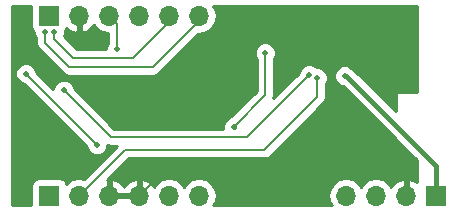
<source format=gbl>
G04 #@! TF.FileFunction,Copper,L2,Bot,Signal*
%FSLAX46Y46*%
G04 Gerber Fmt 4.6, Leading zero omitted, Abs format (unit mm)*
G04 Created by KiCad (PCBNEW 4.0.7) date 06/20/18 00:36:37*
%MOMM*%
%LPD*%
G01*
G04 APERTURE LIST*
%ADD10C,0.100000*%
%ADD11R,1.700000X1.700000*%
%ADD12O,1.700000X1.700000*%
%ADD13C,0.500000*%
%ADD14C,0.400000*%
%ADD15C,0.200000*%
%ADD16C,0.254000*%
G04 APERTURE END LIST*
D10*
D11*
X71120000Y-68580000D03*
D12*
X73660000Y-68580000D03*
X76200000Y-68580000D03*
X78740000Y-68580000D03*
X81280000Y-68580000D03*
X83820000Y-68580000D03*
D11*
X71120000Y-53340000D03*
D12*
X73660000Y-53340000D03*
X76200000Y-53340000D03*
X78740000Y-53340000D03*
X81280000Y-53340000D03*
X83820000Y-53340000D03*
D11*
X103886000Y-68580000D03*
D12*
X101346000Y-68580000D03*
X98806000Y-68580000D03*
X96266000Y-68580000D03*
D13*
X95504000Y-62484000D03*
X99463500Y-55095500D03*
X72898000Y-66416000D03*
X86804500Y-66421000D03*
X82486500Y-60960000D03*
X75755500Y-60960000D03*
X86868000Y-56832500D03*
X86868000Y-61468000D03*
X96139000Y-58420000D03*
X93840000Y-58596000D03*
X75184000Y-64262000D03*
X69151500Y-58229500D03*
X86741000Y-62738000D03*
X89433400Y-56464200D03*
X76835000Y-56134000D03*
X71551800Y-54724300D03*
X70751700Y-54724300D03*
X72370000Y-59636000D03*
X93140000Y-58326000D03*
D14*
X99463500Y-55095500D02*
X99441000Y-55118000D01*
X72898000Y-66416000D02*
X72898000Y-66421000D01*
D15*
X78740000Y-68580000D02*
X80899000Y-66421000D01*
X80899000Y-66421000D02*
X86804500Y-66421000D01*
X75755500Y-60960000D02*
X82486500Y-60960000D01*
X86868000Y-61468000D02*
X86868000Y-56832500D01*
D14*
X103886000Y-68834000D02*
X103886000Y-66040000D01*
X96266000Y-58420000D02*
X96139000Y-58420000D01*
X103886000Y-66040000D02*
X96266000Y-58420000D01*
D15*
X73660000Y-68580000D02*
X77564000Y-64676000D01*
X93840000Y-58596000D02*
X93840000Y-60196000D01*
X93840000Y-60196000D02*
X89360000Y-64676000D01*
X89360000Y-64676000D02*
X83566000Y-64676000D01*
X77564000Y-64676000D02*
X83566000Y-64676000D01*
X69151500Y-58229500D02*
X75184000Y-64262000D01*
D14*
X86741000Y-62712600D02*
X86741000Y-62738000D01*
D15*
X89433400Y-60020200D02*
X86741000Y-62712600D01*
X89433400Y-56464200D02*
X89433400Y-60020200D01*
X76200000Y-53340000D02*
X76835000Y-53975000D01*
X76835000Y-53975000D02*
X76835000Y-56134000D01*
X76200000Y-53340000D02*
X76708000Y-53848000D01*
X78270100Y-56896000D02*
X81280000Y-53886100D01*
X73152000Y-56896000D02*
X78270100Y-56896000D01*
X71551800Y-55295800D02*
X73152000Y-56896000D01*
X71551800Y-54724300D02*
X71551800Y-55295800D01*
X81280000Y-53886100D02*
X81280000Y-53340000D01*
X81280000Y-53949600D02*
X81280000Y-53340000D01*
X79921100Y-57658000D02*
X83820000Y-53759100D01*
X72783700Y-57658000D02*
X79921100Y-57658000D01*
X70751700Y-55626000D02*
X72783700Y-57658000D01*
X70751700Y-54724300D02*
X70751700Y-55626000D01*
X83820000Y-53759100D02*
X83820000Y-53340000D01*
X76350000Y-63616000D02*
X72370000Y-59636000D01*
X87850000Y-63616000D02*
X76350000Y-63616000D01*
X93140000Y-58326000D02*
X87850000Y-63616000D01*
D16*
G36*
X69622560Y-54190000D02*
X69666838Y-54425317D01*
X69805910Y-54641441D01*
X69866736Y-54683002D01*
X69866547Y-54899565D01*
X70000996Y-55224957D01*
X70016700Y-55240688D01*
X70016700Y-55626000D01*
X70048357Y-55785149D01*
X70072649Y-55907272D01*
X70231977Y-56145723D01*
X72263977Y-58177724D01*
X72364267Y-58244735D01*
X72502428Y-58337051D01*
X72783700Y-58393000D01*
X79921100Y-58393000D01*
X80202372Y-58337051D01*
X80440823Y-58177723D01*
X83773670Y-54844877D01*
X83820000Y-54854093D01*
X84388285Y-54741054D01*
X84870054Y-54419147D01*
X85191961Y-53937378D01*
X85305000Y-53369093D01*
X85305000Y-53310907D01*
X85191961Y-52742622D01*
X85047219Y-52526000D01*
X102235000Y-52526000D01*
X102235000Y-59817000D01*
X100584000Y-59817000D01*
X100534590Y-59827006D01*
X100492965Y-59855447D01*
X100465685Y-59897841D01*
X100457000Y-59944000D01*
X100457000Y-61430132D01*
X96856434Y-57829566D01*
X96705691Y-57728843D01*
X96687208Y-57716493D01*
X96640967Y-57670171D01*
X96315810Y-57535154D01*
X95963735Y-57534847D01*
X95638343Y-57669296D01*
X95389171Y-57918033D01*
X95254154Y-58243190D01*
X95253847Y-58595265D01*
X95388296Y-58920657D01*
X95637033Y-59169829D01*
X95962190Y-59304846D01*
X95969985Y-59304853D01*
X100466616Y-63801484D01*
X100467006Y-63803410D01*
X100495447Y-63845035D01*
X100536736Y-63871604D01*
X102235000Y-65569868D01*
X102235000Y-67419607D01*
X102112924Y-67308355D01*
X101702890Y-67138524D01*
X101473000Y-67259845D01*
X101473000Y-68453000D01*
X101493000Y-68453000D01*
X101493000Y-68707000D01*
X101473000Y-68707000D01*
X101473000Y-68727000D01*
X101219000Y-68727000D01*
X101219000Y-68707000D01*
X101199000Y-68707000D01*
X101199000Y-68453000D01*
X101219000Y-68453000D01*
X101219000Y-67259845D01*
X100989110Y-67138524D01*
X100579076Y-67308355D01*
X100150817Y-67698642D01*
X100083702Y-67841553D01*
X99856054Y-67500853D01*
X99374285Y-67178946D01*
X98806000Y-67065907D01*
X98237715Y-67178946D01*
X97755946Y-67500853D01*
X97536000Y-67830026D01*
X97316054Y-67500853D01*
X96834285Y-67178946D01*
X96266000Y-67065907D01*
X95697715Y-67178946D01*
X95215946Y-67500853D01*
X94894039Y-67982622D01*
X94781000Y-68550907D01*
X94781000Y-68609093D01*
X94894039Y-69177378D01*
X95038781Y-69394000D01*
X85047219Y-69394000D01*
X85191961Y-69177378D01*
X85305000Y-68609093D01*
X85305000Y-68550907D01*
X85191961Y-67982622D01*
X84870054Y-67500853D01*
X84388285Y-67178946D01*
X83820000Y-67065907D01*
X83251715Y-67178946D01*
X82769946Y-67500853D01*
X82550000Y-67830026D01*
X82330054Y-67500853D01*
X81848285Y-67178946D01*
X81280000Y-67065907D01*
X80711715Y-67178946D01*
X80229946Y-67500853D01*
X80002298Y-67841553D01*
X79935183Y-67698642D01*
X79506924Y-67308355D01*
X79096890Y-67138524D01*
X78867000Y-67259845D01*
X78867000Y-68453000D01*
X78887000Y-68453000D01*
X78887000Y-68707000D01*
X78867000Y-68707000D01*
X78867000Y-68727000D01*
X78613000Y-68727000D01*
X78613000Y-68707000D01*
X76327000Y-68707000D01*
X76327000Y-68727000D01*
X76073000Y-68727000D01*
X76073000Y-68707000D01*
X76053000Y-68707000D01*
X76053000Y-68453000D01*
X76073000Y-68453000D01*
X76073000Y-67259845D01*
X76327000Y-67259845D01*
X76327000Y-68453000D01*
X78613000Y-68453000D01*
X78613000Y-67259845D01*
X78383110Y-67138524D01*
X77973076Y-67308355D01*
X77544817Y-67698642D01*
X77470000Y-67857954D01*
X77395183Y-67698642D01*
X76966924Y-67308355D01*
X76556890Y-67138524D01*
X76327000Y-67259845D01*
X76073000Y-67259845D01*
X76038047Y-67241399D01*
X77868447Y-65411000D01*
X89360000Y-65411000D01*
X89641272Y-65355051D01*
X89879723Y-65195723D01*
X94359724Y-60715723D01*
X94519051Y-60477272D01*
X94537240Y-60385829D01*
X94575000Y-60196000D01*
X94575000Y-59112770D01*
X94589829Y-59097967D01*
X94724846Y-58772810D01*
X94725153Y-58420735D01*
X94590704Y-58095343D01*
X94341967Y-57846171D01*
X94016810Y-57711154D01*
X93776505Y-57710944D01*
X93641967Y-57576171D01*
X93316810Y-57441154D01*
X92964735Y-57440847D01*
X92639343Y-57575296D01*
X92390171Y-57824033D01*
X92255154Y-58149190D01*
X92255135Y-58171418D01*
X90087018Y-60339536D01*
X90112451Y-60301472D01*
X90168400Y-60020200D01*
X90168400Y-56980970D01*
X90183229Y-56966167D01*
X90318246Y-56641010D01*
X90318553Y-56288935D01*
X90184104Y-55963543D01*
X89935367Y-55714371D01*
X89610210Y-55579354D01*
X89258135Y-55579047D01*
X88932743Y-55713496D01*
X88683571Y-55962233D01*
X88548554Y-56287390D01*
X88548247Y-56639465D01*
X88682696Y-56964857D01*
X88698400Y-56980588D01*
X88698400Y-59715753D01*
X86558189Y-61855965D01*
X86240343Y-61987296D01*
X85991171Y-62236033D01*
X85856154Y-62561190D01*
X85855875Y-62881000D01*
X76654446Y-62881000D01*
X73255135Y-59481689D01*
X73255153Y-59460735D01*
X73120704Y-59135343D01*
X72871967Y-58886171D01*
X72546810Y-58751154D01*
X72194735Y-58750847D01*
X71869343Y-58885296D01*
X71620171Y-59134033D01*
X71485154Y-59459190D01*
X71485098Y-59523651D01*
X70036635Y-58075189D01*
X70036653Y-58054235D01*
X69902204Y-57728843D01*
X69653467Y-57479671D01*
X69328310Y-57344654D01*
X68976235Y-57344347D01*
X68650843Y-57478796D01*
X68401671Y-57727533D01*
X68266654Y-58052690D01*
X68266347Y-58404765D01*
X68400796Y-58730157D01*
X68649533Y-58979329D01*
X68974690Y-59114346D01*
X68996919Y-59114365D01*
X74298865Y-64416312D01*
X74298847Y-64437265D01*
X74433296Y-64762657D01*
X74682033Y-65011829D01*
X75007190Y-65146846D01*
X75359265Y-65147153D01*
X75684657Y-65012704D01*
X75933829Y-64763967D01*
X76068846Y-64438810D01*
X76068971Y-64295099D01*
X76350000Y-64351000D01*
X76849553Y-64351000D01*
X74055898Y-67144656D01*
X73660000Y-67065907D01*
X73091715Y-67178946D01*
X72609946Y-67500853D01*
X72582150Y-67542452D01*
X72573162Y-67494683D01*
X72434090Y-67278559D01*
X72221890Y-67133569D01*
X71970000Y-67082560D01*
X70270000Y-67082560D01*
X70034683Y-67126838D01*
X69818559Y-67265910D01*
X69673569Y-67478110D01*
X69622560Y-67730000D01*
X69622560Y-69394000D01*
X68020000Y-69394000D01*
X68020000Y-52526000D01*
X69622560Y-52526000D01*
X69622560Y-54190000D01*
X69622560Y-54190000D01*
G37*
X69622560Y-54190000D02*
X69666838Y-54425317D01*
X69805910Y-54641441D01*
X69866736Y-54683002D01*
X69866547Y-54899565D01*
X70000996Y-55224957D01*
X70016700Y-55240688D01*
X70016700Y-55626000D01*
X70048357Y-55785149D01*
X70072649Y-55907272D01*
X70231977Y-56145723D01*
X72263977Y-58177724D01*
X72364267Y-58244735D01*
X72502428Y-58337051D01*
X72783700Y-58393000D01*
X79921100Y-58393000D01*
X80202372Y-58337051D01*
X80440823Y-58177723D01*
X83773670Y-54844877D01*
X83820000Y-54854093D01*
X84388285Y-54741054D01*
X84870054Y-54419147D01*
X85191961Y-53937378D01*
X85305000Y-53369093D01*
X85305000Y-53310907D01*
X85191961Y-52742622D01*
X85047219Y-52526000D01*
X102235000Y-52526000D01*
X102235000Y-59817000D01*
X100584000Y-59817000D01*
X100534590Y-59827006D01*
X100492965Y-59855447D01*
X100465685Y-59897841D01*
X100457000Y-59944000D01*
X100457000Y-61430132D01*
X96856434Y-57829566D01*
X96705691Y-57728843D01*
X96687208Y-57716493D01*
X96640967Y-57670171D01*
X96315810Y-57535154D01*
X95963735Y-57534847D01*
X95638343Y-57669296D01*
X95389171Y-57918033D01*
X95254154Y-58243190D01*
X95253847Y-58595265D01*
X95388296Y-58920657D01*
X95637033Y-59169829D01*
X95962190Y-59304846D01*
X95969985Y-59304853D01*
X100466616Y-63801484D01*
X100467006Y-63803410D01*
X100495447Y-63845035D01*
X100536736Y-63871604D01*
X102235000Y-65569868D01*
X102235000Y-67419607D01*
X102112924Y-67308355D01*
X101702890Y-67138524D01*
X101473000Y-67259845D01*
X101473000Y-68453000D01*
X101493000Y-68453000D01*
X101493000Y-68707000D01*
X101473000Y-68707000D01*
X101473000Y-68727000D01*
X101219000Y-68727000D01*
X101219000Y-68707000D01*
X101199000Y-68707000D01*
X101199000Y-68453000D01*
X101219000Y-68453000D01*
X101219000Y-67259845D01*
X100989110Y-67138524D01*
X100579076Y-67308355D01*
X100150817Y-67698642D01*
X100083702Y-67841553D01*
X99856054Y-67500853D01*
X99374285Y-67178946D01*
X98806000Y-67065907D01*
X98237715Y-67178946D01*
X97755946Y-67500853D01*
X97536000Y-67830026D01*
X97316054Y-67500853D01*
X96834285Y-67178946D01*
X96266000Y-67065907D01*
X95697715Y-67178946D01*
X95215946Y-67500853D01*
X94894039Y-67982622D01*
X94781000Y-68550907D01*
X94781000Y-68609093D01*
X94894039Y-69177378D01*
X95038781Y-69394000D01*
X85047219Y-69394000D01*
X85191961Y-69177378D01*
X85305000Y-68609093D01*
X85305000Y-68550907D01*
X85191961Y-67982622D01*
X84870054Y-67500853D01*
X84388285Y-67178946D01*
X83820000Y-67065907D01*
X83251715Y-67178946D01*
X82769946Y-67500853D01*
X82550000Y-67830026D01*
X82330054Y-67500853D01*
X81848285Y-67178946D01*
X81280000Y-67065907D01*
X80711715Y-67178946D01*
X80229946Y-67500853D01*
X80002298Y-67841553D01*
X79935183Y-67698642D01*
X79506924Y-67308355D01*
X79096890Y-67138524D01*
X78867000Y-67259845D01*
X78867000Y-68453000D01*
X78887000Y-68453000D01*
X78887000Y-68707000D01*
X78867000Y-68707000D01*
X78867000Y-68727000D01*
X78613000Y-68727000D01*
X78613000Y-68707000D01*
X76327000Y-68707000D01*
X76327000Y-68727000D01*
X76073000Y-68727000D01*
X76073000Y-68707000D01*
X76053000Y-68707000D01*
X76053000Y-68453000D01*
X76073000Y-68453000D01*
X76073000Y-67259845D01*
X76327000Y-67259845D01*
X76327000Y-68453000D01*
X78613000Y-68453000D01*
X78613000Y-67259845D01*
X78383110Y-67138524D01*
X77973076Y-67308355D01*
X77544817Y-67698642D01*
X77470000Y-67857954D01*
X77395183Y-67698642D01*
X76966924Y-67308355D01*
X76556890Y-67138524D01*
X76327000Y-67259845D01*
X76073000Y-67259845D01*
X76038047Y-67241399D01*
X77868447Y-65411000D01*
X89360000Y-65411000D01*
X89641272Y-65355051D01*
X89879723Y-65195723D01*
X94359724Y-60715723D01*
X94519051Y-60477272D01*
X94537240Y-60385829D01*
X94575000Y-60196000D01*
X94575000Y-59112770D01*
X94589829Y-59097967D01*
X94724846Y-58772810D01*
X94725153Y-58420735D01*
X94590704Y-58095343D01*
X94341967Y-57846171D01*
X94016810Y-57711154D01*
X93776505Y-57710944D01*
X93641967Y-57576171D01*
X93316810Y-57441154D01*
X92964735Y-57440847D01*
X92639343Y-57575296D01*
X92390171Y-57824033D01*
X92255154Y-58149190D01*
X92255135Y-58171418D01*
X90087018Y-60339536D01*
X90112451Y-60301472D01*
X90168400Y-60020200D01*
X90168400Y-56980970D01*
X90183229Y-56966167D01*
X90318246Y-56641010D01*
X90318553Y-56288935D01*
X90184104Y-55963543D01*
X89935367Y-55714371D01*
X89610210Y-55579354D01*
X89258135Y-55579047D01*
X88932743Y-55713496D01*
X88683571Y-55962233D01*
X88548554Y-56287390D01*
X88548247Y-56639465D01*
X88682696Y-56964857D01*
X88698400Y-56980588D01*
X88698400Y-59715753D01*
X86558189Y-61855965D01*
X86240343Y-61987296D01*
X85991171Y-62236033D01*
X85856154Y-62561190D01*
X85855875Y-62881000D01*
X76654446Y-62881000D01*
X73255135Y-59481689D01*
X73255153Y-59460735D01*
X73120704Y-59135343D01*
X72871967Y-58886171D01*
X72546810Y-58751154D01*
X72194735Y-58750847D01*
X71869343Y-58885296D01*
X71620171Y-59134033D01*
X71485154Y-59459190D01*
X71485098Y-59523651D01*
X70036635Y-58075189D01*
X70036653Y-58054235D01*
X69902204Y-57728843D01*
X69653467Y-57479671D01*
X69328310Y-57344654D01*
X68976235Y-57344347D01*
X68650843Y-57478796D01*
X68401671Y-57727533D01*
X68266654Y-58052690D01*
X68266347Y-58404765D01*
X68400796Y-58730157D01*
X68649533Y-58979329D01*
X68974690Y-59114346D01*
X68996919Y-59114365D01*
X74298865Y-64416312D01*
X74298847Y-64437265D01*
X74433296Y-64762657D01*
X74682033Y-65011829D01*
X75007190Y-65146846D01*
X75359265Y-65147153D01*
X75684657Y-65012704D01*
X75933829Y-64763967D01*
X76068846Y-64438810D01*
X76068971Y-64295099D01*
X76350000Y-64351000D01*
X76849553Y-64351000D01*
X74055898Y-67144656D01*
X73660000Y-67065907D01*
X73091715Y-67178946D01*
X72609946Y-67500853D01*
X72582150Y-67542452D01*
X72573162Y-67494683D01*
X72434090Y-67278559D01*
X72221890Y-67133569D01*
X71970000Y-67082560D01*
X70270000Y-67082560D01*
X70034683Y-67126838D01*
X69818559Y-67265910D01*
X69673569Y-67478110D01*
X69622560Y-67730000D01*
X69622560Y-69394000D01*
X68020000Y-69394000D01*
X68020000Y-52526000D01*
X69622560Y-52526000D01*
X69622560Y-54190000D01*
G36*
X73787000Y-53213000D02*
X73807000Y-53213000D01*
X73807000Y-53467000D01*
X73787000Y-53467000D01*
X73787000Y-54660155D01*
X74016890Y-54781476D01*
X74426924Y-54611645D01*
X74855183Y-54221358D01*
X74922298Y-54078447D01*
X75149946Y-54419147D01*
X75631715Y-54741054D01*
X76100000Y-54834202D01*
X76100000Y-55617230D01*
X76085171Y-55632033D01*
X75950154Y-55957190D01*
X75949976Y-56161000D01*
X73456447Y-56161000D01*
X72366203Y-55070756D01*
X72436646Y-54901110D01*
X72436881Y-54631493D01*
X72566431Y-54441890D01*
X72588301Y-54333893D01*
X72893076Y-54611645D01*
X73303110Y-54781476D01*
X73533000Y-54660155D01*
X73533000Y-53467000D01*
X73513000Y-53467000D01*
X73513000Y-53213000D01*
X73533000Y-53213000D01*
X73533000Y-53193000D01*
X73787000Y-53193000D01*
X73787000Y-53213000D01*
X73787000Y-53213000D01*
G37*
X73787000Y-53213000D02*
X73807000Y-53213000D01*
X73807000Y-53467000D01*
X73787000Y-53467000D01*
X73787000Y-54660155D01*
X74016890Y-54781476D01*
X74426924Y-54611645D01*
X74855183Y-54221358D01*
X74922298Y-54078447D01*
X75149946Y-54419147D01*
X75631715Y-54741054D01*
X76100000Y-54834202D01*
X76100000Y-55617230D01*
X76085171Y-55632033D01*
X75950154Y-55957190D01*
X75949976Y-56161000D01*
X73456447Y-56161000D01*
X72366203Y-55070756D01*
X72436646Y-54901110D01*
X72436881Y-54631493D01*
X72566431Y-54441890D01*
X72588301Y-54333893D01*
X72893076Y-54611645D01*
X73303110Y-54781476D01*
X73533000Y-54660155D01*
X73533000Y-53467000D01*
X73513000Y-53467000D01*
X73513000Y-53213000D01*
X73533000Y-53213000D01*
X73533000Y-53193000D01*
X73787000Y-53193000D01*
X73787000Y-53213000D01*
M02*

</source>
